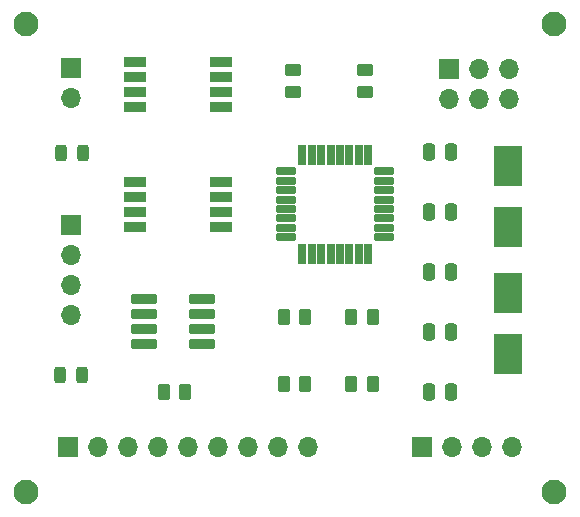
<source format=gbr>
%TF.GenerationSoftware,KiCad,Pcbnew,7.0.10*%
%TF.CreationDate,2024-02-27T03:30:34+03:00*%
%TF.ProjectId,Arduino_Datalogger,41726475-696e-46f5-9f44-6174616c6f67,1.0*%
%TF.SameCoordinates,Original*%
%TF.FileFunction,Soldermask,Top*%
%TF.FilePolarity,Negative*%
%FSLAX46Y46*%
G04 Gerber Fmt 4.6, Leading zero omitted, Abs format (unit mm)*
G04 Created by KiCad (PCBNEW 7.0.10) date 2024-02-27 03:30:34*
%MOMM*%
%LPD*%
G01*
G04 APERTURE LIST*
G04 Aperture macros list*
%AMRoundRect*
0 Rectangle with rounded corners*
0 $1 Rounding radius*
0 $2 $3 $4 $5 $6 $7 $8 $9 X,Y pos of 4 corners*
0 Add a 4 corners polygon primitive as box body*
4,1,4,$2,$3,$4,$5,$6,$7,$8,$9,$2,$3,0*
0 Add four circle primitives for the rounded corners*
1,1,$1+$1,$2,$3*
1,1,$1+$1,$4,$5*
1,1,$1+$1,$6,$7*
1,1,$1+$1,$8,$9*
0 Add four rect primitives between the rounded corners*
20,1,$1+$1,$2,$3,$4,$5,0*
20,1,$1+$1,$4,$5,$6,$7,0*
20,1,$1+$1,$6,$7,$8,$9,0*
20,1,$1+$1,$8,$9,$2,$3,0*%
G04 Aperture macros list end*
%ADD10RoundRect,0.065120X-0.881880X-0.341880X0.881880X-0.341880X0.881880X0.341880X-0.881880X0.341880X0*%
%ADD11R,1.700000X1.700000*%
%ADD12O,1.700000X1.700000*%
%ADD13C,2.100000*%
%ADD14RoundRect,0.055580X-1.031420X-0.341420X1.031420X-0.341420X1.031420X0.341420X-1.031420X0.341420X0*%
%ADD15RoundRect,0.052780X0.324220X-0.784220X0.324220X0.784220X-0.324220X0.784220X-0.324220X-0.784220X0*%
%ADD16RoundRect,0.135720X0.701280X-0.241280X0.701280X0.241280X-0.701280X0.241280X-0.701280X-0.241280X0*%
%ADD17RoundRect,0.243750X-0.243750X-0.456250X0.243750X-0.456250X0.243750X0.456250X-0.243750X0.456250X0*%
%ADD18RoundRect,0.250000X-0.250000X-0.475000X0.250000X-0.475000X0.250000X0.475000X-0.250000X0.475000X0*%
%ADD19RoundRect,0.250000X0.262500X0.450000X-0.262500X0.450000X-0.262500X-0.450000X0.262500X-0.450000X0*%
%ADD20RoundRect,0.250000X0.450000X-0.262500X0.450000X0.262500X-0.450000X0.262500X-0.450000X-0.262500X0*%
%ADD21RoundRect,0.250000X-0.262500X-0.450000X0.262500X-0.450000X0.262500X0.450000X-0.262500X0.450000X0*%
%ADD22RoundRect,0.250000X-0.450000X0.262500X-0.450000X-0.262500X0.450000X-0.262500X0.450000X0.262500X0*%
%ADD23R,2.400000X3.500000*%
G04 APERTURE END LIST*
D10*
%TO.C,U2*%
X140505000Y-71755000D03*
X140505000Y-73025000D03*
X140505000Y-74295000D03*
X140505000Y-75565000D03*
X147785000Y-75565000D03*
X147785000Y-74295000D03*
X147785000Y-73025000D03*
X147785000Y-71755000D03*
%TD*%
D11*
%TO.C,J1*%
X135128000Y-85598000D03*
D12*
X135128000Y-88138000D03*
X135128000Y-90678000D03*
X135128000Y-93218000D03*
%TD*%
D10*
%TO.C,U5*%
X140505000Y-81915000D03*
X140505000Y-83185000D03*
X140505000Y-84455000D03*
X140505000Y-85725000D03*
X147785000Y-85725000D03*
X147785000Y-84455000D03*
X147785000Y-83185000D03*
X147785000Y-81915000D03*
%TD*%
D13*
%TO.C,H1*%
X131318000Y-68580000D03*
%TD*%
D14*
%TO.C,U1*%
X141289000Y-91821000D03*
X141289000Y-93091000D03*
X141289000Y-94361000D03*
X141289000Y-95631000D03*
X146239000Y-95631000D03*
X146239000Y-94361000D03*
X146239000Y-93091000D03*
X146239000Y-91821000D03*
%TD*%
D15*
%TO.C,U3*%
X154680000Y-87990000D03*
X155480000Y-87990000D03*
X156280000Y-87990000D03*
X157080000Y-87990000D03*
X157880000Y-87990000D03*
X158680000Y-87990000D03*
X159480000Y-87990000D03*
X160280000Y-87990000D03*
D16*
X161650000Y-86620000D03*
X161650000Y-85820000D03*
X161650000Y-85020000D03*
X161650000Y-84220000D03*
X161650000Y-83420000D03*
X161650000Y-82620000D03*
X161650000Y-81820000D03*
X161650000Y-81020000D03*
D15*
X160280000Y-79650000D03*
X159480000Y-79650000D03*
X158680000Y-79650000D03*
X157880000Y-79650000D03*
X157080000Y-79650000D03*
X156280000Y-79650000D03*
X155480000Y-79650000D03*
X154680000Y-79650000D03*
D16*
X153310000Y-81020000D03*
X153310000Y-81820000D03*
X153310000Y-82620000D03*
X153310000Y-83420000D03*
X153310000Y-84220000D03*
X153310000Y-85020000D03*
X153310000Y-85820000D03*
X153310000Y-86620000D03*
%TD*%
D11*
%TO.C,J4*%
X134874000Y-104394000D03*
D12*
X137414000Y-104394000D03*
X139954000Y-104394000D03*
X142494000Y-104394000D03*
X145034000Y-104394000D03*
X147574000Y-104394000D03*
X150114000Y-104394000D03*
X152654000Y-104394000D03*
X155194000Y-104394000D03*
%TD*%
D17*
%TO.C,D1*%
X134190500Y-98288000D03*
X136065500Y-98288000D03*
%TD*%
D18*
%TO.C,C4*%
X165420000Y-94615000D03*
X167320000Y-94615000D03*
%TD*%
D13*
%TO.C,H4*%
X131318000Y-108204000D03*
%TD*%
D18*
%TO.C,C3*%
X165420000Y-89535000D03*
X167320000Y-89535000D03*
%TD*%
%TO.C,C2*%
X165420000Y-84455000D03*
X167320000Y-84455000D03*
%TD*%
D19*
%TO.C,R7*%
X144780000Y-99695000D03*
X142955000Y-99695000D03*
%TD*%
D11*
%TO.C,J2*%
X164846000Y-104394000D03*
D12*
X167386000Y-104394000D03*
X169926000Y-104394000D03*
X172466000Y-104394000D03*
%TD*%
D20*
%TO.C,R6*%
X160020000Y-74295000D03*
X160020000Y-72470000D03*
%TD*%
D21*
%TO.C,R2*%
X158830000Y-93345000D03*
X160655000Y-93345000D03*
%TD*%
D22*
%TO.C,R5*%
X153924000Y-72493500D03*
X153924000Y-74318500D03*
%TD*%
D11*
%TO.C,J3*%
X167132000Y-72405000D03*
D12*
X167132000Y-74945000D03*
X169672000Y-72405000D03*
X169672000Y-74945000D03*
X172212000Y-72405000D03*
X172212000Y-74945000D03*
%TD*%
D18*
%TO.C,C1*%
X165420000Y-79375000D03*
X167320000Y-79375000D03*
%TD*%
D13*
%TO.C,H2*%
X176022000Y-68580000D03*
%TD*%
D11*
%TO.C,BT1*%
X135128000Y-72248000D03*
D12*
X135128000Y-74788000D03*
%TD*%
D23*
%TO.C,Y2*%
X172085000Y-96520000D03*
X172085000Y-91320000D03*
%TD*%
D21*
%TO.C,R3*%
X153115000Y-99060000D03*
X154940000Y-99060000D03*
%TD*%
D13*
%TO.C,H3*%
X176022000Y-108204000D03*
%TD*%
D21*
%TO.C,R4*%
X158830000Y-99060000D03*
X160655000Y-99060000D03*
%TD*%
D17*
%TO.C,D2*%
X134269000Y-79502000D03*
X136144000Y-79502000D03*
%TD*%
D21*
%TO.C,R1*%
X153115000Y-93345000D03*
X154940000Y-93345000D03*
%TD*%
D23*
%TO.C,Y1*%
X172085000Y-85785000D03*
X172085000Y-80585000D03*
%TD*%
D18*
%TO.C,C5*%
X165420000Y-99695000D03*
X167320000Y-99695000D03*
%TD*%
M02*

</source>
